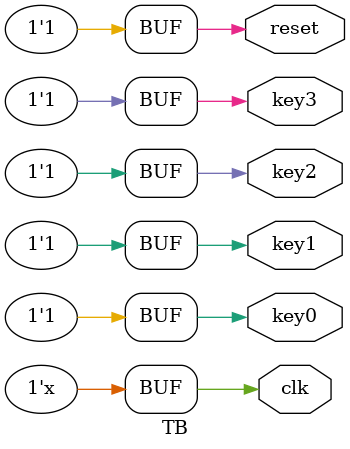
<source format=v>
`timescale 1ns / 1ps


module TB(
    output reg clk,
    output reg reset,
    output reg key0,
    output reg key1,
    output reg key2,
    output reg key3
);

wire [15:0] out;

initial begin
    clk=0;
    reset=1;
    key0=1;
    key1=1;
    key2=1;
    key3=1;
    
    
    
    #87;
    reset=0;
    
    #60;
    reset=1;
    
    #58;
    key0=0;
    
    #69;
    key0=1;
    
    #88;
    key1=0;
    
    #90;
    key1=1;
    
    #65;
    key2=0;
    
    #100;
    key2=1;
    
    #90;
    key3=0;
    
    #79;
    key3=1;
end

always begin
    #10 clk = ~clk;
end

control TB(
.clk(clk),
.reset(reset),
.key0(key0),
.key1(key1),
.key2(key2),
.key3(key3),
.control(out)
);



endmodule

</source>
